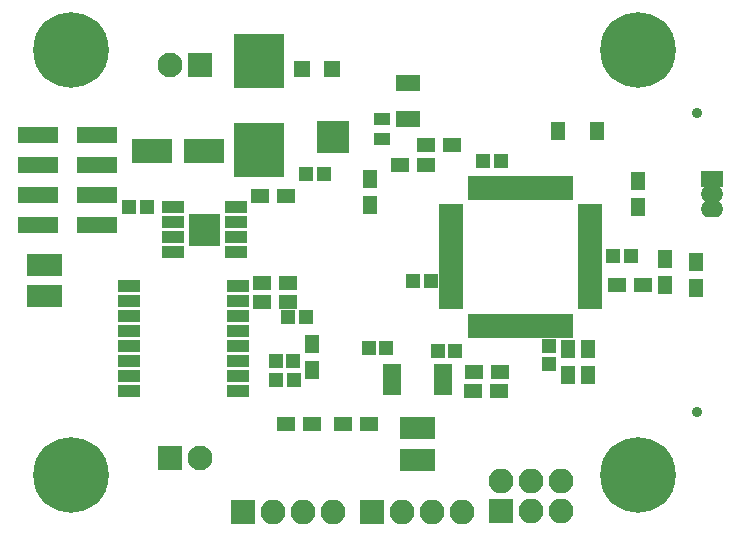
<source format=gbr>
G04 #@! TF.FileFunction,Soldermask,Top*
%FSLAX46Y46*%
G04 Gerber Fmt 4.6, Leading zero omitted, Abs format (unit mm)*
G04 Created by KiCad (PCBNEW 4.0.4-stable) date 02/07/17 14:21:35*
%MOMM*%
%LPD*%
G01*
G04 APERTURE LIST*
%ADD10C,0.100000*%
%ADD11C,0.900000*%
%ADD12R,0.960000X2.000000*%
%ADD13R,2.000000X0.960000*%
%ADD14R,3.400000X2.000000*%
%ADD15R,1.200000X1.150000*%
%ADD16R,2.000000X1.400000*%
%ADD17R,1.150000X1.200000*%
%ADD18R,1.300000X1.600000*%
%ADD19R,1.400000X1.400000*%
%ADD20R,4.210000X4.640000*%
%ADD21R,1.400000X1.100000*%
%ADD22C,6.400000*%
%ADD23R,1.600000X1.300000*%
%ADD24R,1.950000X1.000000*%
%ADD25R,1.575000X1.575000*%
%ADD26R,1.900000X1.000000*%
%ADD27R,1.050000X1.960000*%
%ADD28R,0.900000X0.650000*%
%ADD29R,1.240000X2.800000*%
%ADD30C,2.100000*%
%ADD31R,2.100000X2.100000*%
%ADD32R,1.500000X0.800000*%
%ADD33R,3.400000X1.400000*%
%ADD34O,2.100000X2.100000*%
%ADD35O,1.901140X1.400000*%
%ADD36R,1.901140X1.400000*%
G04 APERTURE END LIST*
D10*
D11*
X144950000Y-96910000D03*
D12*
X133990000Y-77875000D03*
X133190000Y-77875000D03*
X132390000Y-77875000D03*
X131590000Y-77875000D03*
X130790000Y-77875000D03*
X129990000Y-77875000D03*
X129190000Y-77875000D03*
X128390000Y-77875000D03*
X127590000Y-77875000D03*
X126790000Y-77875000D03*
X125990000Y-77875000D03*
D13*
X124140000Y-79725000D03*
X124140000Y-80525000D03*
X124140000Y-81325000D03*
X124140000Y-82125000D03*
X124140000Y-82925000D03*
X124140000Y-83725000D03*
X124140000Y-84525000D03*
X124140000Y-85325000D03*
X124140000Y-86125000D03*
X124140000Y-86925000D03*
X124140000Y-87725000D03*
D12*
X125990000Y-89575000D03*
X126790000Y-89575000D03*
X127590000Y-89575000D03*
X128390000Y-89575000D03*
X129190000Y-89575000D03*
X129990000Y-89575000D03*
X130790000Y-89575000D03*
X131590000Y-89575000D03*
X132390000Y-89575000D03*
X133190000Y-89575000D03*
X133990000Y-89575000D03*
D13*
X135840000Y-87725000D03*
X135840000Y-86925000D03*
X135840000Y-86125000D03*
X135840000Y-85325000D03*
X135840000Y-84525000D03*
X135840000Y-83725000D03*
X135840000Y-82925000D03*
X135840000Y-82125000D03*
X135840000Y-81325000D03*
X135840000Y-80525000D03*
X135840000Y-79725000D03*
D14*
X103195000Y-74745000D03*
X98795000Y-74745000D03*
D15*
X98370000Y-79545000D03*
X96870000Y-79545000D03*
X111845000Y-76755000D03*
X113345000Y-76755000D03*
D16*
X120495000Y-72055000D03*
X120495000Y-69055000D03*
D15*
X110315000Y-88825000D03*
X111815000Y-88825000D03*
X109275000Y-92605000D03*
X110775000Y-92605000D03*
X109285000Y-94155000D03*
X110785000Y-94155000D03*
X128340000Y-75590000D03*
X126840000Y-75590000D03*
D17*
X132385000Y-92835000D03*
X132385000Y-91335000D03*
D15*
X120875000Y-85765000D03*
X122375000Y-85765000D03*
X139365000Y-83715000D03*
X137865000Y-83715000D03*
D18*
X135695000Y-91565000D03*
X135695000Y-93765000D03*
X142205000Y-83915000D03*
X142205000Y-86115000D03*
D19*
X111495000Y-67870000D03*
X113995000Y-67870000D03*
D20*
X107820000Y-74740000D03*
X107820000Y-67200000D03*
D21*
X118305000Y-73755000D03*
X118305000Y-72055000D03*
D22*
X91945000Y-102245000D03*
X91945000Y-66245000D03*
D23*
X110175000Y-78595000D03*
X107975000Y-78595000D03*
D18*
X117245000Y-79345000D03*
X117245000Y-77145000D03*
D23*
X110300000Y-87530000D03*
X108100000Y-87530000D03*
X108100000Y-85980000D03*
X110300000Y-85980000D03*
D18*
X112305000Y-93295000D03*
X112305000Y-91095000D03*
X133985000Y-91565000D03*
X133985000Y-93765000D03*
D23*
X138195000Y-86120000D03*
X140395000Y-86120000D03*
X128215000Y-95115000D03*
X126015000Y-95115000D03*
X128225000Y-93455000D03*
X126025000Y-93455000D03*
X121965000Y-74285000D03*
X124165000Y-74285000D03*
X119760000Y-75950000D03*
X121960000Y-75950000D03*
X110180000Y-97890000D03*
X112380000Y-97890000D03*
X117150000Y-97900000D03*
X114950000Y-97900000D03*
D24*
X105945000Y-83350000D03*
X105945000Y-82080000D03*
X105945000Y-80810000D03*
X105945000Y-79540000D03*
X100545000Y-79540000D03*
X100545000Y-80810000D03*
X100545000Y-82080000D03*
X100545000Y-83350000D03*
D25*
X102657500Y-80857500D03*
X102657500Y-82032500D03*
X103832500Y-80857500D03*
X103832500Y-82032500D03*
D26*
X96810000Y-86255000D03*
X96810000Y-87525000D03*
X96810000Y-88795000D03*
X96810000Y-90065000D03*
X96810000Y-91335000D03*
X96810000Y-92605000D03*
X96810000Y-93875000D03*
X96810000Y-95145000D03*
X106110000Y-95145000D03*
X106110000Y-93875000D03*
X106110000Y-92605000D03*
X106110000Y-91335000D03*
X106110000Y-90065000D03*
X106110000Y-88795000D03*
X106110000Y-87525000D03*
X106110000Y-86255000D03*
D27*
X122240000Y-98260000D03*
X121290000Y-98260000D03*
X120340000Y-98260000D03*
X120340000Y-100960000D03*
X122240000Y-100960000D03*
X121290000Y-100960000D03*
X88740000Y-87100000D03*
X89690000Y-87100000D03*
X90640000Y-87100000D03*
X90640000Y-84400000D03*
X88740000Y-84400000D03*
X89690000Y-84400000D03*
D28*
X115065000Y-72615000D03*
X115065000Y-73115000D03*
X115065000Y-74615000D03*
X115065000Y-74115000D03*
X115065000Y-73615000D03*
X113165000Y-74615000D03*
X113165000Y-74115000D03*
X113165000Y-72615000D03*
X113165000Y-73115000D03*
D29*
X114115000Y-73615000D03*
D28*
X113165000Y-73615000D03*
D30*
X102890000Y-100790000D03*
D31*
X100350000Y-100790000D03*
D32*
X119130000Y-93135000D03*
X119130000Y-93785000D03*
X119130000Y-94435000D03*
X119130000Y-95085000D03*
X123430000Y-95085000D03*
X123430000Y-94435000D03*
X123430000Y-93785000D03*
X123430000Y-93135000D03*
D11*
X144970000Y-71570000D03*
D33*
X89120000Y-81050000D03*
X94160000Y-81050000D03*
X89120000Y-78510000D03*
X94160000Y-78510000D03*
X89120000Y-75970000D03*
X94160000Y-75970000D03*
X89120000Y-73430000D03*
X94160000Y-73430000D03*
D30*
X100350000Y-67500000D03*
D31*
X102890000Y-67500000D03*
X106540000Y-105330000D03*
D34*
X109080000Y-105330000D03*
X111620000Y-105330000D03*
X114160000Y-105330000D03*
D22*
X139950000Y-102245000D03*
X139950000Y-66245000D03*
D15*
X117140000Y-91460000D03*
X118640000Y-91460000D03*
X124480000Y-91740000D03*
X122980000Y-91740000D03*
D18*
X133150000Y-73120000D03*
X136450000Y-73120000D03*
D31*
X128360000Y-105280000D03*
D34*
X128360000Y-102740000D03*
X130900000Y-105280000D03*
X130900000Y-102740000D03*
X133440000Y-105280000D03*
X133440000Y-102740000D03*
D31*
X117460000Y-105330000D03*
D34*
X120000000Y-105330000D03*
X122540000Y-105330000D03*
X125080000Y-105330000D03*
D18*
X139970000Y-79490000D03*
X139970000Y-77290000D03*
X144830000Y-84210000D03*
X144830000Y-86410000D03*
D35*
X146210000Y-78400000D03*
X146210000Y-79670000D03*
D36*
X146210000Y-77130000D03*
M02*

</source>
